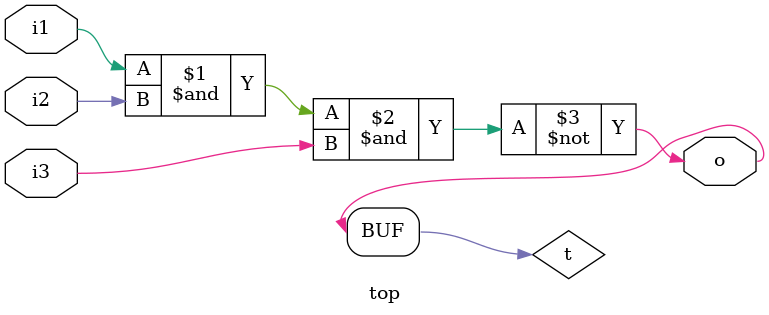
<source format=v>
module top ( i1 , i2 , i3 , o );

input i1 , i2 , i3 ;

output o ;

wire t ;

nand ( t, i1 , i2 , i3) ;


buf ( o , t );

endmodule

</source>
